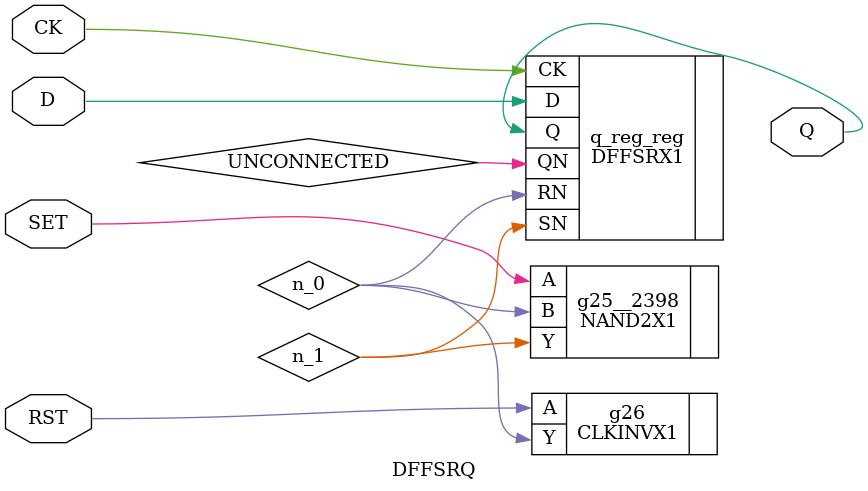
<source format=v>


// Verification Directory fv/DFFSRQ 

module DFFSRQ(SET, RST, CK, D, Q);
  input SET, RST, CK, D;
  output Q;
  wire SET, RST, CK, D;
  wire Q;
  wire UNCONNECTED, n_0, n_1;
  DFFSRX1 q_reg_reg(.RN (n_0), .SN (n_1), .CK (CK), .D (D), .Q (Q), .QN
       (UNCONNECTED));
  NAND2X1 g25__2398(.A (SET), .B (n_0), .Y (n_1));
  CLKINVX1 g26(.A (RST), .Y (n_0));
endmodule


</source>
